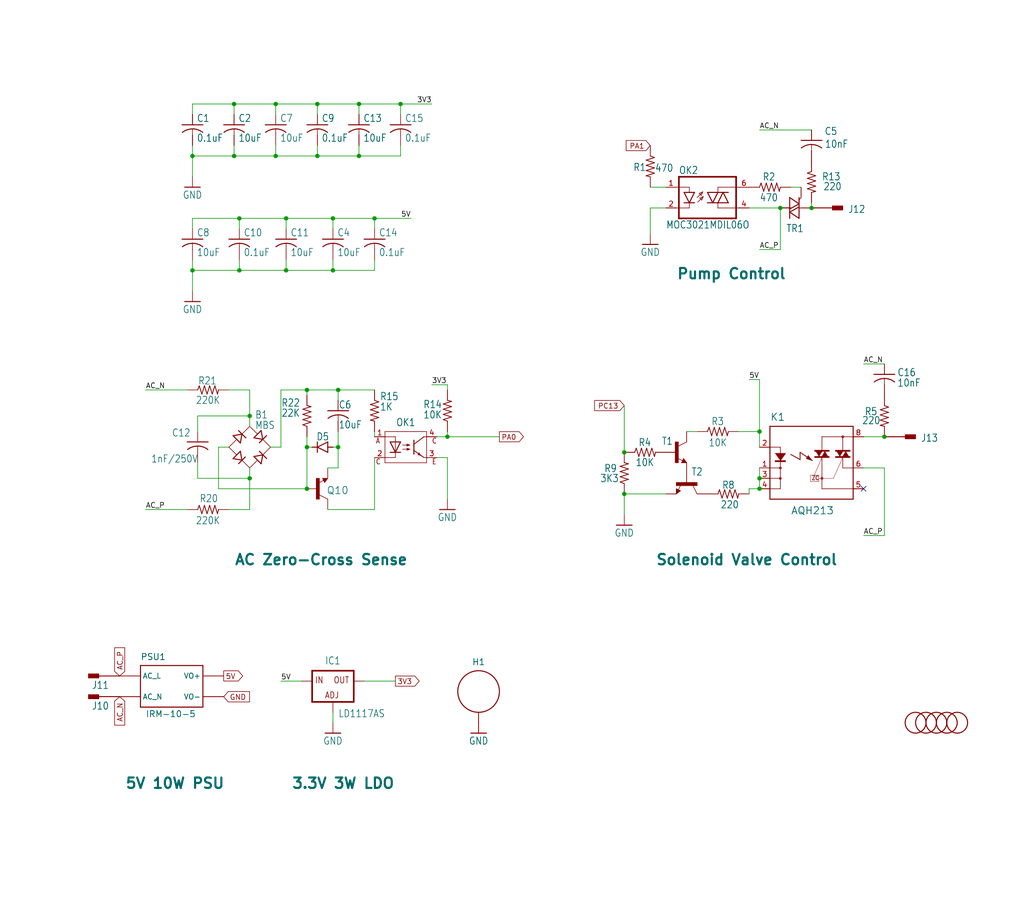
<source format=kicad_sch>
(kicad_sch (version 20230121) (generator eeschema)
  (paper "User" 250.012 224.993)
  (title_block (date "2023-09-07"))
  (lib_symbols
    (symbol "GaggiaBoard_V3-eagle-import:-NPN-SOT23-BEC"
      (property "Reference" "T" (at -10.16 7.62 0))
      (symbol "-NPN-SOT23-BEC_1_0"
        (pin passive line (at -2.54 0 0) (length 2.54) (name "B") (number "B"))
        (pin passive line (at 2.54 5.08 270) (length 2.54) (name "C") (number "C"))
        (pin passive line (at 2.54 -5.08 90) (length 2.54) (name "E") (number "E"))
      )
    )
    (symbol "GaggiaBoard_V3-eagle-import:AQH213"
      (property "Reference" "K" (at -10.16 11.43 0))
      (symbol "AQH213_1_0"
        (text "ZC" (at 0 -3.048 0) (effects (font (size 1.016 0.8636)) (justify left bottom)))
        (pin passive line (at -12.7 0 0) (length 2.54) (name "K") (number "1"))
        (pin passive line (at -12.7 5.08 0) (length 2.54) (name "A") (number "2"))
        (pin passive line (at -12.7 -2.54 0) (length 2.54) (name "K1") (number "3"))
        (pin passive line (at -12.7 -5.08 0) (length 2.54) (name "K2") (number "4"))
        (pin passive line (at 12.7 -5.08 180) (length 2.54) (name "DS2") (number "5"))
        (pin passive line (at 12.7 0 180) (length 2.54) (name "DS3") (number "6"))
        (pin passive line (at 12.7 7.62 180) (length 2.54) (name "DS1") (number "8"))
      )
    )
    (symbol "GaggiaBoard_V3-eagle-import:C-USC0603"
      (property "Reference" "C" (at 1.016 0.635 0))
      (symbol "C-USC0603_1_0"
        (pin passive line (at 0 2.54 270) (length 2.54) (name "1") (number "1"))
        (pin passive line (at 0 -5.08 90) (length 2.54) (name "2") (number "2"))
      )
    )
    (symbol "GaggiaBoard_V3-eagle-import:C-USC1206"
      (property "Reference" "C" (at 1.016 0.635 0))
      (symbol "C-USC1206_1_0"
        (pin passive line (at 0 2.54 270) (length 2.54) (name "1") (number "1"))
        (pin passive line (at 0 -5.08 90) (length 2.54) (name "2") (number "2"))
      )
    )
    (symbol "GaggiaBoard_V3-eagle-import:DIODE-DO214AC"
      (property "Reference" "D5" (at 2.54 0.4826 0))
      (symbol "DIODE-DO214AC_1_0"
        (pin passive line (at -2.54 0 0) (length 0) (name "A") (number "A"))
        (pin passive line (at 2.54 0 180) (length 0) (name "C") (number "C"))
      )
    )
    (symbol "GaggiaBoard_V3-eagle-import:FIDUCIAL")
    (symbol "GaggiaBoard_V3-eagle-import:GND-BAR" (power)
      (property "Value" "GND-BAR" (at 0 -1.905 0))
      (symbol "GND-BAR_1_0"
        (pin power_in line (at 0 2.54 270) (length 2.54) (name "GND") (number "1"))
      )
    )
    (symbol "GaggiaBoard_V3-eagle-import:IRM-10-5" (pin_numbers hide)
      (property "Reference" "PSU" (at -7.62 7.62 0))
      (symbol "IRM-10-5_1_0"
        (pin bidirectional line (at 12.7 2.54 180) (length 5.08) (name "VO+") (number "+V"))
        (pin bidirectional line (at 12.7 -2.54 180) (length 5.08) (name "VO-") (number "-V"))
        (pin bidirectional line (at -12.7 2.54 0) (length 5.08) (name "AC_L") (number "AC/L"))
        (pin bidirectional line (at -12.7 -2.54 0) (length 5.08) (name "AC_N") (number "AC/N"))
      )
    )
    (symbol "GaggiaBoard_V3-eagle-import:LD117A?S"
      (property "Reference" "IC" (at 2.54 -7.62 0))
      (symbol "LD117A?S_1_0"
        (text "ADJ" (at -2.032 -4.318 0) (effects (font (size 1.524 1.2954)) (justify left bottom)))
        (text "IN" (at -4.445 -0.635 0) (effects (font (size 1.524 1.2954)) (justify left bottom)))
        (text "OUT" (at 0.127 -0.635 0) (effects (font (size 1.524 1.2954)) (justify left bottom)))
        (pin input line (at 0 -7.62 90) (length 2.54) (name "ADJ") (number "1"))
        (pin input line (at -7.62 0 0) (length 2.54) (name "IN") (number "3"))
        (pin passive line (at 7.62 0 180) (length 2.54) (name "OUT") (number "4"))
      )
    )
    (symbol "GaggiaBoard_V3-eagle-import:MBS"
      (property "Reference" "B" (at 5.08 2.54 0))
      (symbol "MBS_1_0"
        (pin passive line (at 5.08 0 180) (length 0) (name "+") (number "+"))
        (pin passive line (at -5.08 0 0) (length 0) (name "-") (number "-"))
        (pin passive line (at 0 5.08 270) (length 0) (name "AC1") (number "~1"))
        (pin passive line (at 0 -5.08 90) (length 0) (name "AC2") (number "~2"))
      )
    )
    (symbol "GaggiaBoard_V3-eagle-import:MOC3021MDIL06O"
      (property "Reference" "U" (at -7.0104 5.6896 0))
      (symbol "MOC3021MDIL06O_1_0"
        (pin passive line (at -10.16 2.54 0) (length 2.54) (name "A") (number "1"))
        (pin passive line (at -10.16 -2.54 0) (length 2.54) (name "C") (number "2"))
        (pin passive line (at 10.16 -2.54 180) (length 2.54) (name "A1") (number "4"))
        (pin passive line (at 10.16 2.54 180) (length 2.54) (name "A2") (number "6"))
      )
    )
    (symbol "GaggiaBoard_V3-eagle-import:PIN262409-1"
      (property "Reference" "J" (at -2.54 1.27 0))
      (symbol "PIN262409-1_1_0"
        (pin passive line (at -5.08 0 0) (length 5.08) (name "1") (number "A1"))
        (pin passive line (at -5.08 0 0) (length 5.08) (name "1") (number "A2"))
      )
    )
    (symbol "GaggiaBoard_V3-eagle-import:R-US_R0603"
      (property "Reference" "R" (at -3.81 1.4986 0))
      (symbol "R-US_R0603_1_0"
        (pin passive line (at -5.08 0 0) (length 2.54) (name "1") (number "1"))
        (pin passive line (at 5.08 0 180) (length 2.54) (name "2") (number "2"))
      )
    )
    (symbol "GaggiaBoard_V3-eagle-import:R-US_R1206"
      (property "Reference" "R" (at -3.81 1.4986 0))
      (symbol "R-US_R1206_1_0"
        (pin passive line (at -5.08 0 0) (length 2.54) (name "1") (number "1"))
        (pin passive line (at 5.08 0 180) (length 2.54) (name "2") (number "2"))
      )
    )
    (symbol "GaggiaBoard_V3-eagle-import:R-US_R2512"
      (property "Reference" "R" (at -3.81 1.4986 0))
      (symbol "R-US_R2512_1_0"
        (pin passive line (at -5.08 0 0) (length 2.54) (name "1") (number "1"))
        (pin passive line (at 5.08 0 180) (length 2.54) (name "2") (number "2"))
      )
    )
    (symbol "GaggiaBoard_V3-eagle-import:STANDOFF_ELECTRICAL"
      (property "Reference" "H" (at 0 5.334 0))
      (symbol "STANDOFF_ELECTRICAL_1_0"
        (pin bidirectional line (at 7.62 0 180) (length 2.54) (name "P$1") (number "P1"))
      )
    )
    (symbol "GaggiaBoard_V3-eagle-import:TRANS_NPN-MMBT2222AL"
      (property "Reference" "Q" (at 2.54 0 0))
      (symbol "TRANS_NPN-MMBT2222AL_1_0"
        (pin passive line (at -2.54 0 0) (length 2.54) (name "B") (number "1"))
        (pin passive line (at 2.54 -5.08 90) (length 2.54) (name "E") (number "2"))
        (pin passive line (at 2.54 5.08 270) (length 2.54) (name "C") (number "3"))
      )
    )
    (symbol "GaggiaBoard_V3-eagle-import:WL-OCPT_SERIES_101X"
      (property "Reference" "Q" (at 0 5.08 0))
      (symbol "WL-OCPT_SERIES_101X_1_0"
        (text "A" (at -7.366 2.286 0) (effects (font (size 1.27 1.0795)) (justify left top)))
        (text "C" (at -7.366 -2.794 0) (effects (font (size 1.27 1.0795)) (justify left top)))
        (text "C" (at 6.35 2.286 0) (effects (font (size 1.27 1.0795)) (justify left top)))
        (text "E" (at 6.35 -2.794 0) (effects (font (size 1.27 1.0795)) (justify left top)))
        (pin passive line (at -7.62 2.54 0) (length 2.54) (name "1") (number "1"))
        (pin passive line (at -7.62 -2.54 0) (length 2.54) (name "2") (number "2"))
        (pin passive line (at 7.62 -2.54 180) (length 2.54) (name "3") (number "3"))
        (pin passive line (at 7.62 2.54 180) (length 2.54) (name "4") (number "4"))
      )
    )
    (symbol "GaggiaBoard_V3-eagle-import:Z0107MNSOT-223"
      (property "Reference" "TR" (at 3.81 2.54 0))
      (symbol "Z0107MNSOT-223_1_0"
        (pin passive line (at 0 -2.54 90) (length 2.54) (name "A1") (number "1"))
        (pin passive line (at 0 5.08 270) (length 2.54) (name "A2") (number "2"))
        (pin passive line (at -5.08 0 0) (length 2.54) (name "G") (number "3"))
        (pin passive line (at 0 5.08 270) (length 2.54) (name "A2") (number "4"))
      )
    )
  )
  (junction (at 69.85 53.34))
  (junction (at 46.99 38.1))
  (junction (at 57.15 38.1))
  (junction (at 58.42 66.04))
  (junction (at 60.96 101.6))
  (junction (at 185.42 119.38))
  (junction (at 74.93 119.38))
  (junction (at 77.47 25.4))
  (junction (at 198.12 50.8))
  (junction (at 185.42 105.41))
  (junction (at 69.85 66.04))
  (junction (at 215.9 106.68))
  (junction (at 185.42 116.84))
  (junction (at 74.93 95.25))
  (junction (at 87.63 38.1))
  (junction (at 81.28 66.04))
  (junction (at 152.4 110.49))
  (junction (at 109.22 106.68))
  (junction (at 97.79 25.4))
  (junction (at 67.31 38.1))
  (junction (at 91.44 53.34))
  (junction (at 74.93 109.22))
  (junction (at 67.31 25.4))
  (junction (at 87.63 25.4))
  (junction (at 82.55 109.22))
  (junction (at 82.55 95.25))
  (junction (at 190.5 50.8))
  (junction (at 152.4 120.65))
  (junction (at 77.47 38.1))
  (junction (at 46.99 66.04))
  (junction (at 57.15 25.4))
  (junction (at 60.96 116.84))
  (junction (at 81.28 53.34))
  (junction (at 58.42 53.34))
  (no_connect (at 210.82 119.38))
  (wire (pts (xy 74.93 96.52) (xy 74.93 95.25)))
  (wire (pts (xy 67.31 38.1) (xy 77.47 38.1)) (stroke (width 0.1524)))
  (wire (pts (xy 46.99 66.04) (xy 46.99 71.12)) (stroke (width 0.1524)))
  (wire (pts (xy 215.9 130.81) (xy 215.9 114.3)))
  (wire (pts (xy 91.44 55.88) (xy 91.44 53.34)) (stroke (width 0.1524)))
  (wire (pts (xy 46.99 35.56) (xy 46.99 38.1)) (stroke (width 0.1524)))
  (wire (pts (xy 48.26 113.03) (xy 48.26 116.84)) (stroke (width 0.1524)))
  (wire (pts (xy 48.26 105.41) (xy 48.26 101.6)) (stroke (width 0.1524)))
  (wire (pts (xy 81.28 55.88) (xy 81.28 53.34)) (stroke (width 0.1524)))
  (wire (pts (xy 74.93 106.68) (xy 74.93 109.22)))
  (wire (pts (xy 53.34 119.38) (xy 74.93 119.38)) (stroke (width 0.1524)))
  (wire (pts (xy 60.96 116.84) (xy 60.96 124.46)) (stroke (width 0.1524)))
  (wire (pts (xy 60.96 95.25) (xy 60.96 101.6)) (stroke (width 0.1524)))
  (wire (pts (xy 82.55 114.3) (xy 80.01 114.3)))
  (wire (pts (xy 46.99 66.04) (xy 58.42 66.04)) (stroke (width 0.1524)))
  (wire (pts (xy 185.42 60.96) (xy 190.5 60.96)))
  (wire (pts (xy 97.79 27.94) (xy 97.79 25.4)) (stroke (width 0.1524)))
  (wire (pts (xy 68.58 95.25) (xy 68.58 109.22)) (stroke (width 0.1524)))
  (wire (pts (xy 81.28 53.34) (xy 91.44 53.34)) (stroke (width 0.1524)))
  (wire (pts (xy 55.88 124.46) (xy 60.96 124.46)) (stroke (width 0.1524)))
  (wire (pts (xy 58.42 66.04) (xy 69.85 66.04)) (stroke (width 0.1524)))
  (wire (pts (xy 109.22 105.41) (xy 109.22 106.68)) (stroke (width 0.1524)))
  (wire (pts (xy 81.28 109.22) (xy 82.55 109.22)))
  (wire (pts (xy 46.99 53.34) (xy 58.42 53.34)) (stroke (width 0.1524)))
  (wire (pts (xy 77.47 38.1) (xy 87.63 38.1)) (stroke (width 0.1524)))
  (wire (pts (xy 67.31 35.56) (xy 67.31 38.1)) (stroke (width 0.1524)))
  (wire (pts (xy 198.12 49.53) (xy 198.12 50.8)))
  (wire (pts (xy 53.34 119.38) (xy 53.34 109.22)) (stroke (width 0.1524)))
  (wire (pts (xy 185.42 114.3) (xy 185.42 116.84)) (stroke (width 0.1524)))
  (wire (pts (xy 185.42 119.38) (xy 185.42 116.84)) (stroke (width 0.1524)))
  (wire (pts (xy 210.82 114.3) (xy 215.9 114.3)) (stroke (width 0.1524)))
  (wire (pts (xy 73.66 166.37) (xy 68.58 166.37)) (stroke (width 0.1524)))
  (wire (pts (xy 77.47 27.94) (xy 77.47 25.4)) (stroke (width 0.1524)))
  (wire (pts (xy 74.93 109.22) (xy 74.93 119.38)))
  (wire (pts (xy 58.42 55.88) (xy 58.42 53.34)) (stroke (width 0.1524)))
  (wire (pts (xy 57.15 35.56) (xy 57.15 38.1)) (stroke (width 0.1524)))
  (wire (pts (xy 152.4 125.73) (xy 152.4 120.65)))
  (wire (pts (xy 81.28 66.04) (xy 91.44 66.04)) (stroke (width 0.1524)))
  (wire (pts (xy 82.55 105.41) (xy 82.55 109.22)))
  (wire (pts (xy 106.68 111.76) (xy 109.22 111.76)) (stroke (width 0.1524)))
  (wire (pts (xy 53.34 109.22) (xy 55.88 109.22)) (stroke (width 0.1524)))
  (wire (pts (xy 158.75 50.8) (xy 158.75 57.15)) (stroke (width 0.1524)))
  (wire (pts (xy 87.63 38.1) (xy 97.79 38.1)) (stroke (width 0.1524)))
  (wire (pts (xy 74.93 95.25) (xy 82.55 95.25)) (stroke (width 0.1524)))
  (wire (pts (xy 81.28 176.53) (xy 81.28 173.99)) (stroke (width 0.1524)))
  (wire (pts (xy 66.04 109.22) (xy 68.58 109.22)) (stroke (width 0.1524)))
  (wire (pts (xy 182.88 92.71) (xy 185.42 92.71)))
  (wire (pts (xy 87.63 25.4) (xy 97.79 25.4)) (stroke (width 0.1524)))
  (wire (pts (xy 57.15 25.4) (xy 67.31 25.4)) (stroke (width 0.1524)))
  (wire (pts (xy 158.75 45.72) (xy 162.56 45.72)) (stroke (width 0.1524)))
  (wire (pts (xy 193.04 45.72) (xy 195.58 45.72)) (stroke (width 0.1524)))
  (wire (pts (xy 109.22 111.76) (xy 109.22 121.92)) (stroke (width 0.1524)))
  (wire (pts (xy 182.88 119.38) (xy 185.42 119.38)) (stroke (width 0.1524)))
  (wire (pts (xy 57.15 38.1) (xy 67.31 38.1)) (stroke (width 0.1524)))
  (wire (pts (xy 210.82 130.81) (xy 215.9 130.81)))
  (wire (pts (xy 185.42 105.41) (xy 185.42 109.22)))
  (wire (pts (xy 58.42 53.34) (xy 69.85 53.34)) (stroke (width 0.1524)))
  (wire (pts (xy 35.56 95.25) (xy 45.72 95.25)) (stroke (width 0.1524)))
  (wire (pts (xy 109.22 106.68) (xy 121.92 106.68)) (stroke (width 0.1524)))
  (wire (pts (xy 48.26 101.6) (xy 60.96 101.6)) (stroke (width 0.1524)))
  (wire (pts (xy 87.63 35.56) (xy 87.63 38.1)) (stroke (width 0.1524)))
  (wire (pts (xy 182.88 119.38) (xy 182.88 120.65)) (stroke (width 0.1524)))
  (wire (pts (xy 58.42 63.5) (xy 58.42 66.04)) (stroke (width 0.1524)))
  (wire (pts (xy 55.88 95.25) (xy 60.96 95.25)) (stroke (width 0.1524)))
  (wire (pts (xy 97.79 25.4) (xy 105.41 25.4)) (stroke (width 0.1524)))
  (wire (pts (xy 45.72 124.46) (xy 35.56 124.46)) (stroke (width 0.1524)))
  (wire (pts (xy 46.99 27.94) (xy 46.99 25.4)) (stroke (width 0.1524)))
  (wire (pts (xy 69.85 53.34) (xy 81.28 53.34)) (stroke (width 0.1524)))
  (wire (pts (xy 69.85 55.88) (xy 69.85 53.34)) (stroke (width 0.1524)))
  (wire (pts (xy 60.96 104.14) (xy 60.96 101.6)) (stroke (width 0.1524)))
  (wire (pts (xy 109.22 93.98) (xy 109.22 95.25)) (stroke (width 0.1524)))
  (wire (pts (xy 91.44 124.46) (xy 91.44 111.76)))
  (wire (pts (xy 185.42 31.75) (xy 198.12 31.75)))
  (wire (pts (xy 82.55 95.25) (xy 91.44 95.25)) (stroke (width 0.1524)))
  (wire (pts (xy 210.82 88.9) (xy 215.9 88.9)))
  (wire (pts (xy 46.99 55.88) (xy 46.99 53.34)) (stroke (width 0.1524)))
  (wire (pts (xy 82.55 109.22) (xy 82.55 114.3)))
  (wire (pts (xy 91.44 63.5) (xy 91.44 66.04)) (stroke (width 0.1524)))
  (wire (pts (xy 162.56 50.8) (xy 158.75 50.8)) (stroke (width 0.1524)))
  (wire (pts (xy 81.28 63.5) (xy 81.28 66.04)) (stroke (width 0.1524)))
  (wire (pts (xy 182.88 50.8) (xy 190.5 50.8)) (stroke (width 0.1524)))
  (wire (pts (xy 105.41 93.98) (xy 109.22 93.98)) (stroke (width 0.1524)))
  (wire (pts (xy 190.5 50.8) (xy 190.5 60.96)))
  (wire (pts (xy 69.85 63.5) (xy 69.85 66.04)) (stroke (width 0.1524)))
  (wire (pts (xy 180.34 105.41) (xy 185.42 105.41)))
  (wire (pts (xy 77.47 35.56) (xy 77.47 38.1)) (stroke (width 0.1524)))
  (wire (pts (xy 46.99 63.5) (xy 46.99 66.04)) (stroke (width 0.1524)))
  (wire (pts (xy 185.42 105.41) (xy 185.42 92.71)))
  (wire (pts (xy 67.31 25.4) (xy 77.47 25.4)) (stroke (width 0.1524)))
  (wire (pts (xy 46.99 38.1) (xy 57.15 38.1)) (stroke (width 0.1524)))
  (wire (pts (xy 80.01 124.46) (xy 91.44 124.46)))
  (wire (pts (xy 48.26 116.84) (xy 60.96 116.84)) (stroke (width 0.1524)))
  (wire (pts (xy 91.44 53.34) (xy 100.33 53.34)) (stroke (width 0.1524)))
  (wire (pts (xy 77.47 25.4) (xy 87.63 25.4)) (stroke (width 0.1524)))
  (wire (pts (xy 88.9 166.37) (xy 96.52 166.37)) (stroke (width 0.1524)))
  (wire (pts (xy 210.82 106.68) (xy 215.9 106.68)) (stroke (width 0.1524)))
  (wire (pts (xy 106.68 106.68) (xy 109.22 106.68)) (stroke (width 0.1524)))
  (wire (pts (xy 87.63 27.94) (xy 87.63 25.4)) (stroke (width 0.1524)))
  (wire (pts (xy 82.55 97.79) (xy 82.55 95.25)))
  (wire (pts (xy 167.64 105.41) (xy 170.18 105.41)))
  (wire (pts (xy 91.44 105.41) (xy 91.44 106.68)) (stroke (width 0.1524)))
  (wire (pts (xy 60.96 114.3) (xy 60.96 116.84)) (stroke (width 0.1524)))
  (wire (pts (xy 69.85 66.04) (xy 81.28 66.04)) (stroke (width 0.1524)))
  (wire (pts (xy 152.4 99.06) (xy 152.4 110.49)))
  (wire (pts (xy 57.15 27.94) (xy 57.15 25.4)) (stroke (width 0.1524)))
  (wire (pts (xy 76.2 109.22) (xy 74.93 109.22)))
  (wire (pts (xy 46.99 38.1) (xy 46.99 43.18)) (stroke (width 0.1524)))
  (wire (pts (xy 67.31 27.94) (xy 67.31 25.4)) (stroke (width 0.1524)))
  (wire (pts (xy 152.4 120.65) (xy 162.56 120.65)))
  (wire (pts (xy 46.99 25.4) (xy 57.15 25.4)) (stroke (width 0.1524)))
  (wire (pts (xy 97.79 35.56) (xy 97.79 38.1)) (stroke (width 0.1524)))
  (wire (pts (xy 68.58 95.25) (xy 74.93 95.25)) (stroke (width 0.1524)))
  (text "5V 10W PSU" (at 30.48 193.04 0) (effects (font (size 2.54 2.54) bold) (justify left bottom)))
  (text "AC Zero-Cross Sense" (at 57.15 138.43 0) (effects (font (size 2.54 2.54) (thickness 0.508) bold) (justify left bottom)))
  (text "Solenoid Valve Control" (at 160.02 138.43 0) (effects (font (size 2.54 2.54) bold) (justify left bottom)))
  (text "Pump Control" (at 165.1 68.58 0) (effects (font (size 2.54 2.54) (thickness 0.508) bold) (justify left bottom)))
  (text "3.3V 3W LDO" (at 71.12 193.04 0) (effects (font (size 2.54 2.54) bold) (justify left bottom)))
  (label "3V3" (at 105.41 25.4 180) (effects (font (size 1.2446 1.2446))))
  (label "AC_P" (at 35.56 124.46 0) (effects (font (size 1.2446 1.2446))))
  (label "AC_N" (at 35.56 95.25 0) (effects (font (size 1.2446 1.2446))))
  (label "5V" (at 68.58 166.37 0) (effects (font (size 1.2446 1.2446))))
  (label "AC_N" (at 210.82 88.9 0) (effects (font (size 1.2446 1.2446))))
  (label "AC_P" (at 185.42 60.96 0) (effects (font (size 1.2446 1.2446))))
  (label "3V3" (at 105.41 93.98 0) (effects (font (size 1.2446 1.2446))))
  (label "5V" (at 100.33 53.34 180) (effects (font (size 1.2446 1.2446))))
  (label "AC_P" (at 210.82 130.81 0) (effects (font (size 1.2446 1.2446))))
  (label "AC_N" (at 185.42 31.75 0) (effects (font (size 1.2446 1.2446))))
  (label "5V" (at 182.88 92.71 0) (effects (font (size 1.2446 1.2446))))
  (global_label "PA0" (shape output) (at 121.92 106.68 0) (effects (font (size 1.2446 1.2446))) (property "Intersheetrefs" "${INTERSHEET_REFS}" (effects hide)))
  (global_label "PA1" (shape input) (at 158.75 35.56 180) (effects (font (size 1.2446 1.2446))) (property "Intersheetrefs" "${INTERSHEET_REFS}" (effects hide)))
  (global_label "PC13" (shape input) (at 152.4 99.06 180) (effects (font (size 1.2446 1.2446))) (property "Intersheetrefs" "${INTERSHEET_REFS}" (effects hide)))
  (global_label "3V3" (shape output) (at 96.52 166.37 0) (effects (font (size 1.2446 1.2446))) (property "Intersheetrefs" "${INTERSHEET_REFS}" (effects hide)))
  (global_label "AC_P" (shape input) (at 29.21 165.1 90) (effects (font (size 1.2446 1.2446))) (property "Intersheetrefs" "${INTERSHEET_REFS}" (effects hide)))
  (global_label "AC_N" (shape input) (at 29.21 170.18 270) (effects (font (size 1.2446 1.2446))) (property "Intersheetrefs" "${INTERSHEET_REFS}" (effects hide)))
  (global_label "5V" (shape output) (at 54.61 165.1 0) (effects (font (size 1.2446 1.2446))) (property "Intersheetrefs" "${INTERSHEET_REFS}" (effects hide)))
  (global_label "GND" (shape input) (at 54.61 170.18 0) (property "Intersheetrefs" "${INTERSHEET_REFS}" (effects hide)))
  (symbol (lib_id "GaggiaBoard_V3-eagle-import:R-US_R0603") (at 177.8 120.65 0) (unit 1)
    (property "Reference" "R8" (at 176.2089 119.4409 0) (effects (font (size 1.778 1.5113)) (justify left bottom)))
    (property "Value" "220" (at 175.8623 124.2363 0) (effects (font (size 1.778 1.5113)) (justify left bottom)))
    (property "Footprint" "GaggiaBoard_V3:R0603" (effects hide))
    (property "LCSC" "C107696" (effects hide))
  )
  (symbol (lib_id "GaggiaBoard_V3-eagle-import:FIDUCIAL") (at 228.6 176.53 0) (unit 1)
    (property "Reference" "MARK6" (effects hide))
    (property "Value" "FIDUCIAL" (effects hide))
    (property "Footprint" "GaggiaBoard_V3:FIDUCIAL_1MM" (effects hide))
  )
  (symbol (lib_id "GaggiaBoard_V3-eagle-import:R-US_R1206") (at 50.8 95.25 0) (unit 1)
    (property "Reference" "R21" (at 48.3113 93.9683 0) (effects (font (size 1.778 1.5113)) (justify left bottom)))
    (property "Value" "220K" (at 47.7336 98.7112 0) (effects (font (size 1.778 1.5113)) (justify left bottom)))
    (property "Footprint" "GaggiaBoard_V3:R1206" (effects hide))
    (property "LCSC" "C130275" (effects hide))
  )
  (symbol (lib_id "GaggiaBoard_V3-eagle-import:IRM-10-5") (at 41.91 167.64 0) (unit 1)
    (property "Reference" "PSU1" (at 34.29 161.29 0) (effects (font (size 1.5113 1.5113)) (justify left bottom)))
    (property "Value" "IRM-10-5" (at 35.56 175.26 0) (effects (font (size 1.5113 1.5113)) (justify left bottom)))
    (property "Footprint" "GaggiaBoard_V3:IRM-10" (effects hide))
    (property "LCSC" "C2857903" (effects hide))
    (property "SPICEPREFIX" "E" (effects hide))
  )
  (symbol (lib_id "GaggiaBoard_V3-eagle-import:C-USC1206") (at 198.12 34.29 0) (mirror y) (unit 1)
    (property "Reference" "C5" (at 204.47 33.02 0) (effects (font (size 1.778 1.5113)) (justify left bottom)))
    (property "Value" "10nF" (at 207.1463 36.1445 0) (effects (font (size 1.778 1.5113)) (justify left bottom)))
    (property "Footprint" "GaggiaBoard_V3:C1206" (effects hide))
    (property "LCSC" "C107192" (effects hide))
  )
  (symbol (lib_id "GaggiaBoard_V3-eagle-import:FIDUCIAL") (at 226.06 176.53 0) (unit 1)
    (property "Reference" "MARK7" (effects hide))
    (property "Value" "FIDUCIAL" (effects hide))
    (property "Footprint" "GaggiaBoard_V3:FIDUCIAL_1MM" (effects hide))
  )
  (symbol (lib_id "GaggiaBoard_V3-eagle-import:C-USC0603") (at 81.28 58.42 0) (unit 1)
    (property "Reference" "C4" (at 82.296 57.785 0) (effects (font (size 1.778 1.5113)) (justify left bottom)))
    (property "Value" "10uF" (at 82.296 62.611 0) (effects (font (size 1.778 1.5113)) (justify left bottom)))
    (property "Footprint" "GaggiaBoard_V3:C0603" (effects hide))
    (property "LCSC" "C86275" (effects hide))
  )
  (symbol (lib_id "GaggiaBoard_V3-eagle-import:MBS") (at 60.96 109.22 0) (mirror x) (unit 1)
    (property "Reference" "B1" (at 62.23 100.33 0) (effects (font (size 1.778 1.5113)) (justify left bottom)))
    (property "Value" "MBS" (at 62.23 102.87 0) (effects (font (size 1.778 1.5113)) (justify left bottom)))
    (property "Footprint" "GaggiaBoard_V3:SOIC-4" (effects hide))
    (property "LCSC" "C2487" (effects hide))
  )
  (symbol (lib_id "GaggiaBoard_V3-eagle-import:PIN262409-1") (at 220.98 106.68 0) (unit 1)
    (property "Reference" "J13" (at 224.79 107.95 0) (effects (font (size 1.778 1.5113)) (justify left bottom)))
    (property "Value" "PIN262409-1" (effects hide))
    (property "Footprint" "GaggiaBoard_V3:62409-1" (effects hide))
    (property "LCSC" "C86495" (effects hide))
  )
  (symbol (lib_id "GaggiaBoard_V3-eagle-import:WL-OCPT_SERIES_101X") (at 99.06 109.22 0) (unit 1)
    (property "Reference" "OK1" (at 99.06 104.14 0) (effects (font (size 1.778 1.5113)) (justify bottom)))
    (property "Value" "WL-OCPT_SERIES_101X" (effects hide))
    (property "Footprint" "GaggiaBoard_V3:WL-OCPT_LSOP4" (effects hide))
    (property "LCSC" "C141610" (effects hide))
  )
  (symbol (lib_id "GaggiaBoard_V3-eagle-import:C-USC0603") (at 46.99 30.48 0) (unit 1)
    (property "Reference" "C1" (at 48.006 29.845 0) (effects (font (size 1.778 1.5113)) (justify left bottom)))
    (property "Value" "0.1uF" (at 48.006 34.671 0) (effects (font (size 1.778 1.5113)) (justify left bottom)))
    (property "Footprint" "GaggiaBoard_V3:C0603" (effects hide))
    (property "LCSC" "C1591" (effects hide))
  )
  (symbol (lib_id "GaggiaBoard_V3-eagle-import:FIDUCIAL") (at 223.52 176.53 0) (unit 1)
    (property "Reference" "MARK8" (effects hide))
    (property "Value" "FIDUCIAL" (effects hide))
    (property "Footprint" "GaggiaBoard_V3:FIDUCIAL_1MM" (effects hide))
  )
  (symbol (lib_id "GaggiaBoard_V3-eagle-import:AQH213") (at 198.12 114.3 0) (unit 1)
    (property "Reference" "K1" (at 187.96 102.87 0) (effects (font (size 1.778 1.778)) (justify left bottom)))
    (property "Value" "AQH213" (at 193.04 125.73 0) (effects (font (size 1.778 1.778)) (justify left bottom)))
    (property "Footprint" "GaggiaBoard_V3:DIL07" (effects hide))
    (property "LCSC" "C719560" (effects hide))
  )
  (symbol (lib_id "GaggiaBoard_V3-eagle-import:R-US_R0603") (at 152.4 115.57 90) (unit 1)
    (property "Reference" "R9" (at 150.672 113.4322 90) (effects (font (size 1.778 1.5113)) (justify left bottom)))
    (property "Value" "3K3" (at 151.1342 115.8588 90) (effects (font (size 1.778 1.5113)) (justify left bottom)))
    (property "Footprint" "GaggiaBoard_V3:R0603" (effects hide))
    (property "LCSC" "C114432" (effects hide))
  )
  (symbol (lib_id "GaggiaBoard_V3-eagle-import:C-USC0603") (at 48.26 107.95 0) (unit 1)
    (property "Reference" "C12" (at 41.91 106.68 0) (effects (font (size 1.778 1.5113)) (justify left bottom)))
    (property "Value" "1nF/250V" (at 36.83 113.03 0) (effects (font (size 1.778 1.5113)) (justify left bottom)))
    (property "Footprint" "GaggiaBoard_V3:C0603" (effects hide))
    (property "LCSC" "C277510" (effects hide))
  )
  (symbol (lib_id "GaggiaBoard_V3-eagle-import:C-USC1206") (at 215.9 91.44 0) (unit 1)
    (property "Reference" "C16" (at 219.0208 91.9396 0) (effects (font (size 1.778 1.5113)) (justify left bottom)))
    (property "Value" "10nF" (at 219.0208 94.4796 0) (effects (font (size 1.778 1.5113)) (justify left bottom)))
    (property "Footprint" "GaggiaBoard_V3:C1206" (effects hide))
    (property "LCSC" "C107192" (effects hide))
  )
  (symbol (lib_id "GaggiaBoard_V3-eagle-import:R-US_R1206") (at 50.8 124.46 0) (unit 1)
    (property "Reference" "R20" (at 48.6537 122.7246 0) (effects (font (size 1.778 1.5113)) (justify left bottom)))
    (property "Value" "220K" (at 47.7336 128.118 0) (effects (font (size 1.778 1.5113)) (justify left bottom)))
    (property "Footprint" "GaggiaBoard_V3:R1206" (effects hide))
    (property "LCSC" "C130275" (effects hide))
  )
  (symbol (lib_id "GaggiaBoard_V3-eagle-import:R-US_R0603") (at 157.48 110.49 0) (unit 1)
    (property "Reference" "R4" (at 155.8141 109.0413 0) (effects (font (size 1.778 1.5113)) (justify left bottom)))
    (property "Value" "10K" (at 155.1208 113.8997 0) (effects (font (size 1.778 1.5113)) (justify left bottom)))
    (property "Footprint" "GaggiaBoard_V3:R0603" (effects hide))
    (property "LCSC" "C98220" (effects hide))
  )
  (symbol (lib_id "GaggiaBoard_V3-eagle-import:C-USC0603") (at 67.31 30.48 0) (unit 1)
    (property "Reference" "C7" (at 68.326 29.845 0) (effects (font (size 1.778 1.5113)) (justify left bottom)))
    (property "Value" "10uF" (at 68.326 34.671 0) (effects (font (size 1.778 1.5113)) (justify left bottom)))
    (property "Footprint" "GaggiaBoard_V3:C0603" (effects hide))
    (property "LCSC" "C86275" (effects hide))
  )
  (symbol (lib_id "GaggiaBoard_V3-eagle-import:R-US_R0603") (at 175.26 105.41 0) (unit 1)
    (property "Reference" "R3" (at 173.609 103.8992 0) (effects (font (size 1.778 1.5113)) (justify left bottom)))
    (property "Value" "10K" (at 172.9157 109.0991 0) (effects (font (size 1.778 1.5113)) (justify left bottom)))
    (property "Footprint" "GaggiaBoard_V3:R0603" (effects hide))
    (property "LCSC" "C98220" (effects hide))
  )
  (symbol (lib_id "GaggiaBoard_V3-eagle-import:PIN262409-1") (at 203.2 50.8 0) (unit 1)
    (property "Reference" "J12" (at 207.01 52.07 0) (effects (font (size 1.778 1.5113)) (justify left bottom)))
    (property "Value" "PIN262409-1" (effects hide))
    (property "Footprint" "GaggiaBoard_V3:62409-1" (effects hide))
    (property "LCSC" "C86495" (effects hide))
  )
  (symbol (lib_id "GaggiaBoard_V3-eagle-import:DIODE-DO214AC") (at 78.74 109.22 180) (unit 1)
    (property "Reference" "D5" (at 80.4133 105.6821 0) (effects (font (size 1.778 1.5113)) (justify left bottom)))
    (property "Value" "1N4007" (effects hide))
    (property "Footprint" "GaggiaBoard_V3:DO214AC" (effects hide))
    (property "LCSC" "C727081" (effects hide))
  )
  (symbol (lib_id "GaggiaBoard_V3-eagle-import:MOC3021MDIL06O") (at 172.72 48.26 0) (unit 1)
    (property "Reference" "OK2" (at 165.7096 42.5704 0) (effects (font (size 1.778 1.5113)) (justify left bottom)))
    (property "Value" "MOC3021MDIL06O" (at 162.56 55.88 0) (effects (font (size 1.778 1.5113)) (justify left bottom)))
    (property "Footprint" "GaggiaBoard_V3:DIL06O" (effects hide))
    (property "LCSC" "C5242" (effects hide))
  )
  (symbol (lib_id "GaggiaBoard_V3-eagle-import:FIDUCIAL") (at 231.14 176.53 0) (unit 1)
    (property "Reference" "MARK3" (effects hide))
    (property "Value" "FIDUCIAL" (effects hide))
    (property "Footprint" "GaggiaBoard_V3:FIDUCIAL_1MM" (effects hide))
  )
  (symbol (lib_id "GaggiaBoard_V3-eagle-import:R-US_R0603") (at 187.96 45.72 0) (unit 1)
    (property "Reference" "R2" (at 186.109 44.1579 0) (effects (font (size 1.778 1.5113)) (justify left bottom)))
    (property "Value" "470" (at 185.4157 49.2421 0) (effects (font (size 1.778 1.5113)) (justify left bottom)))
    (property "Footprint" "GaggiaBoard_V3:R0603" (effects hide))
    (property "LCSC" "C114669" (effects hide))
  )
  (symbol (lib_id "GaggiaBoard_V3-eagle-import:PIN262409-1") (at 24.13 165.1 180) (unit 1)
    (property "Reference" "J11" (at 26.67 166.37 0) (effects (font (size 1.778 1.5113)) (justify left bottom)))
    (property "Value" "PIN262409-1" (effects hide))
    (property "Footprint" "GaggiaBoard_V3:62409-1" (effects hide))
    (property "LCSC" "C86495" (effects hide))
  )
  (symbol (lib_id "GaggiaBoard_V3-eagle-import:C-USC0603") (at 97.79 30.48 0) (unit 1)
    (property "Reference" "C15" (at 98.806 29.845 0) (effects (font (size 1.778 1.5113)) (justify left bottom)))
    (property "Value" "0.1uF" (at 98.806 34.671 0) (effects (font (size 1.778 1.5113)) (justify left bottom)))
    (property "Footprint" "GaggiaBoard_V3:C0603" (effects hide))
    (property "LCSC" "C1591" (effects hide))
  )
  (symbol (lib_id "GaggiaBoard_V3-eagle-import:R-US_R0603") (at 158.75 40.64 270) (unit 1)
    (property "Reference" "R1" (at 154.5661 41.8286 90) (effects (font (size 1.778 1.5113)) (justify left bottom)))
    (property "Value" "470" (at 159.8601 42.0155 90) (effects (font (size 1.778 1.5113)) (justify left bottom)))
    (property "Footprint" "GaggiaBoard_V3:R0603" (effects hide))
    (property "LCSC" "C114669" (effects hide))
  )
  (symbol (lib_id "GaggiaBoard_V3-eagle-import:C-USC0603") (at 77.47 30.48 0) (unit 1)
    (property "Reference" "C9" (at 78.486 29.845 0) (effects (font (size 1.778 1.5113)) (justify left bottom)))
    (property "Value" "0.1uF" (at 78.486 34.671 0) (effects (font (size 1.778 1.5113)) (justify left bottom)))
    (property "Footprint" "GaggiaBoard_V3:C0603" (effects hide))
    (property "LCSC" "C1591" (effects hide))
  )
  (symbol (lib_id "GaggiaBoard_V3-eagle-import:C-USC0603") (at 69.85 58.42 0) (unit 1)
    (property "Reference" "C11" (at 70.866 57.785 0) (effects (font (size 1.778 1.5113)) (justify left bottom)))
    (property "Value" "10uF" (at 70.866 62.611 0) (effects (font (size 1.778 1.5113)) (justify left bottom)))
    (property "Footprint" "GaggiaBoard_V3:C0603" (effects hide))
    (property "LCSC" "C86275" (effects hide))
  )
  (symbol (lib_id "GaggiaBoard_V3-eagle-import:R-US_R0603") (at 91.44 100.33 270) (unit 1)
    (property "Reference" "R15" (at 92.71 97.79 90) (effects (font (size 1.778 1.5113)) (justify left bottom)))
    (property "Value" "1K" (at 92.71 100.33 90) (effects (font (size 1.778 1.5113)) (justify left bottom)))
    (property "Footprint" "GaggiaBoard_V3:R0603" (effects hide))
    (property "LCSC" "C22548" (effects hide))
  )
  (symbol (lib_id "GaggiaBoard_V3-eagle-import:GND-BAR") (at 81.28 179.07 0) (unit 1)
    (property "Reference" "#SUPPLY013" (effects hide))
    (property "Value" "GND" (at 81.28 180.975 0) (effects (font (size 1.778 1.5113))))
  )
  (symbol (lib_id "GaggiaBoard_V3-eagle-import:LD117A?S") (at 81.28 166.37 0) (unit 1)
    (property "Reference" "IC1" (at 79.2856 162.3535 0) (effects (font (size 1.778 1.5113)) (justify left bottom)))
    (property "Value" "LD1117AS" (at 82.55 175.26 0) (effects (font (size 1.778 1.5113)) (justify left bottom)))
    (property "Footprint" "GaggiaBoard_V3:SOT223" (effects hide))
    (property "LCSC" "C26537" (effects hide))
  )
  (symbol (lib_id "GaggiaBoard_V3-eagle-import:TRANS_NPN-MMBT2222AL") (at 77.47 119.38 0) (mirror x) (unit 1)
    (property "Reference" "Q10" (at 79.6573 118.7621 0) (effects (font (size 1.778 1.778)) (justify left bottom)))
    (property "Value" "TRANS_NPN-MMBT2222AL" (effects hide))
    (property "Footprint" "GaggiaBoard_V3:SOT23-3" (effects hide))
    (property "LCSC" "C82460" (effects hide))
  )
  (symbol (lib_id "GaggiaBoard_V3-eagle-import:GND-BAR") (at 46.99 45.72 0) (unit 1)
    (property "Reference" "#SUPPLY010" (effects hide))
    (property "Value" "GND" (at 46.99 47.625 0) (effects (font (size 1.778 1.5113))))
  )
  (symbol (lib_id "GaggiaBoard_V3-eagle-import:STANDOFF_ELECTRICAL") (at 116.84 168.91 270) (unit 1)
    (property "Reference" "H1" (at 116.84 162.56 90) (effects (font (size 1.5113 1.5113)) (justify bottom)))
    (property "Value" "STANDOFF_ELECTRICAL" (effects hide))
    (property "Footprint" "GaggiaBoard_V3:STANDOFF-ELECTRICAL" (effects hide))
  )
  (symbol (lib_id "GaggiaBoard_V3-eagle-import:GND-BAR") (at 46.99 73.66 0) (unit 1)
    (property "Reference" "#SUPPLY022" (effects hide))
    (property "Value" "GND" (at 46.99 75.565 0) (effects (font (size 1.778 1.5113))))
  )
  (symbol (lib_id "GaggiaBoard_V3-eagle-import:-NPN-SOT23-BEC") (at 167.64 118.11 270) (unit 1)
    (property "Reference" "T2" (at 168.7558 116.2055 90) (effects (font (size 1.778 1.5113)) (justify left bottom)))
    (property "Value" "-NPN-SOT23-BEC" (effects hide))
    (property "Footprint" "GaggiaBoard_V3:SOT23-BEC" (effects hide))
    (property "LCSC" "C82460" (effects hide))
  )
  (symbol (lib_id "GaggiaBoard_V3-eagle-import:PIN262409-1") (at 24.13 170.18 180) (unit 1)
    (property "Reference" "J10" (at 26.67 171.45 0) (effects (font (size 1.778 1.5113)) (justify left bottom)))
    (property "Value" "PIN262409-1" (effects hide))
    (property "Footprint" "GaggiaBoard_V3:62409-1" (effects hide))
    (property "LCSC" "C86495" (effects hide))
  )
  (symbol (lib_id "GaggiaBoard_V3-eagle-import:FIDUCIAL") (at 233.68 176.53 0) (unit 1)
    (property "Reference" "MARK4" (effects hide))
    (property "Value" "FIDUCIAL" (effects hide))
    (property "Footprint" "GaggiaBoard_V3:FIDUCIAL_1MM" (effects hide))
  )
  (symbol (lib_id "GaggiaBoard_V3-eagle-import:C-USC0603") (at 46.99 58.42 0) (unit 1)
    (property "Reference" "C8" (at 48.006 57.785 0) (effects (font (size 1.778 1.5113)) (justify left bottom)))
    (property "Value" "10uF" (at 48.006 62.611 0) (effects (font (size 1.778 1.5113)) (justify left bottom)))
    (property "Footprint" "GaggiaBoard_V3:C0603" (effects hide))
    (property "LCSC" "C86275" (effects hide))
  )
  (symbol (lib_id "GaggiaBoard_V3-eagle-import:C-USC0603") (at 82.55 100.33 0) (unit 1)
    (property "Reference" "C6" (at 82.6331 99.8319 0) (effects (font (size 1.778 1.5113)) (justify left bottom)))
    (property "Value" "10uF" (at 82.599 104.7132 0) (effects (font (size 1.778 1.5113)) (justify left bottom)))
    (property "Footprint" "GaggiaBoard_V3:C0603" (effects hide))
    (property "LCSC" "C86275" (effects hide))
  )
  (symbol (lib_id "GaggiaBoard_V3-eagle-import:C-USC0603") (at 57.15 30.48 0) (unit 1)
    (property "Reference" "C2" (at 58.166 29.845 0) (effects (font (size 1.778 1.5113)) (justify left bottom)))
    (property "Value" "10uF" (at 58.166 34.671 0) (effects (font (size 1.778 1.5113)) (justify left bottom)))
    (property "Footprint" "GaggiaBoard_V3:C0603" (effects hide))
    (property "LCSC" "C86275" (effects hide))
  )
  (symbol (lib_id "GaggiaBoard_V3-eagle-import:R-US_R0603") (at 74.93 101.6 90) (unit 1)
    (property "Reference" "R22" (at 73.2969 97.4149 90) (effects (font (size 1.778 1.5113)) (justify left bottom)))
    (property "Value" "22K" (at 73.2969 99.8995 90) (effects (font (size 1.778 1.5113)) (justify left bottom)))
    (property "Footprint" "GaggiaBoard_V3:R0603" (effects hide))
    (property "LCSC" "C114065" (effects hide))
  )
  (symbol (lib_id "GaggiaBoard_V3-eagle-import:Z0107MNSOT-223") (at 195.58 50.8 90) (mirror x) (unit 1)
    (property "Reference" "TR1" (at 196.2807 56.753 90) (effects (font (size 1.778 1.5113)) (justify left bottom)))
    (property "Value" "Z0107MNSOT-223" (effects hide))
    (property "Footprint" "GaggiaBoard_V3:SOT223" (effects hide))
    (property "LCSC" "C71218" (effects hide))
  )
  (symbol (lib_id "GaggiaBoard_V3-eagle-import:C-USC0603") (at 58.42 58.42 0) (unit 1)
    (property "Reference" "C10" (at 59.436 57.785 0) (effects (font (size 1.778 1.5113)) (justify left bottom)))
    (property "Value" "0.1uF" (at 59.436 62.611 0) (effects (font (size 1.778 1.5113)) (justify left bottom)))
    (property "Footprint" "GaggiaBoard_V3:C0603" (effects hide))
    (property "LCSC" "C1591" (effects hide))
  )
  (symbol (lib_id "GaggiaBoard_V3-eagle-import:R-US_R2512") (at 215.9 101.6 270) (unit 1)
    (property "Reference" "R5" (at 211.0477 101.4727 90) (effects (font (size 1.778 1.5113)) (justify left bottom)))
    (property "Value" "220" (at 210.4122 103.6681 90) (effects (font (size 1.778 1.5113)) (justify left bottom)))
    (property "Footprint" "GaggiaBoard_V3:R2512" (effects hide))
    (property "LCSC" "C877859" (effects hide))
  )
  (symbol (lib_id "GaggiaBoard_V3-eagle-import:C-USC0603") (at 91.44 58.42 0) (unit 1)
    (property "Reference" "C14" (at 92.456 57.785 0) (effects (font (size 1.778 1.5113)) (justify left bottom)))
    (property "Value" "0.1uF" (at 92.456 62.611 0) (effects (font (size 1.778 1.5113)) (justify left bottom)))
    (property "Footprint" "GaggiaBoard_V3:C0603" (effects hide))
    (property "LCSC" "C1591" (effects hide))
  )
  (symbol (lib_id "GaggiaBoard_V3-eagle-import:-NPN-SOT23-BEC") (at 165.1 110.49 0) (unit 1)
    (property "Reference" "T1" (at 161.4761 108.6946 0) (effects (font (size 1.778 1.5113)) (justify left bottom)))
    (property "Value" "-NPN-SOT23-BEC" (effects hide))
    (property "Footprint" "GaggiaBoard_V3:SOT23-BEC" (effects hide))
    (property "LCSC" "C82460" (effects hide))
  )
  (symbol (lib_id "GaggiaBoard_V3-eagle-import:R-US_R2512") (at 198.12 44.45 90) (mirror x) (unit 1)
    (property "Reference" "R13" (at 205.2614 44.1125 90) (effects (font (size 1.778 1.5113)) (justify left bottom)))
    (property "Value" "220" (at 205.547 46.5114 90) (effects (font (size 1.778 1.5113)) (justify left bottom)))
    (property "Footprint" "GaggiaBoard_V3:R2512" (effects hide))
    (property "LCSC" "C877859" (effects hide))
  )
  (symbol (lib_id "GaggiaBoard_V3-eagle-import:R-US_R0603") (at 109.22 100.33 90) (unit 1)
    (property "Reference" "R14" (at 107.95 97.79 90) (effects (font (size 1.778 1.5113)) (justify left bottom)))
    (property "Value" "10K" (at 107.95 100.33 90) (effects (font (size 1.778 1.5113)) (justify left bottom)))
    (property "Footprint" "GaggiaBoard_V3:R0603" (effects hide))
    (property "LCSC" "C98220" (effects hide))
  )
  (symbol (lib_id "GaggiaBoard_V3-eagle-import:GND-BAR") (at 152.4 128.27 0) (unit 1)
    (property "Reference" "#SUPPLY03" (effects hide))
    (property "Value" "GND" (at 152.4 130.175 0) (effects (font (size 1.778 1.5113))))
  )
  (symbol (lib_id "GaggiaBoard_V3-eagle-import:GND-BAR") (at 109.22 124.46 0) (unit 1)
    (property "Reference" "#SUPPLY08" (effects hide))
    (property "Value" "GND" (at 109.22 126.365 0) (effects (font (size 1.778 1.5113))))
  )
  (symbol (lib_id "GaggiaBoard_V3-eagle-import:GND-BAR") (at 116.84 179.07 0) (unit 1)
    (property "Reference" "#SUPPLY01" (effects hide))
    (property "Value" "GND" (at 116.84 180.975 0) (effects (font (size 1.778 1.5113))))
  )
  (symbol (lib_id "GaggiaBoard_V3-eagle-import:C-USC0603") (at 87.63 30.48 0) (unit 1)
    (property "Reference" "C13" (at 88.646 29.845 0) (effects (font (size 1.778 1.5113)) (justify left bottom)))
    (property "Value" "10uF" (at 88.646 34.671 0) (effects (font (size 1.778 1.5113)) (justify left bottom)))
    (property "Footprint" "GaggiaBoard_V3:C0603" (effects hide))
    (property "LCSC" "C86275" (effects hide))
  )
  (symbol (lib_id "GaggiaBoard_V3-eagle-import:GND-BAR") (at 158.75 59.69 0) (unit 1)
    (property "Reference" "#SUPPLY07" (effects hide))
    (property "Value" "GND" (at 158.75 61.595 0) (effects (font (size 1.778 1.5113))))
  )
)
</source>
